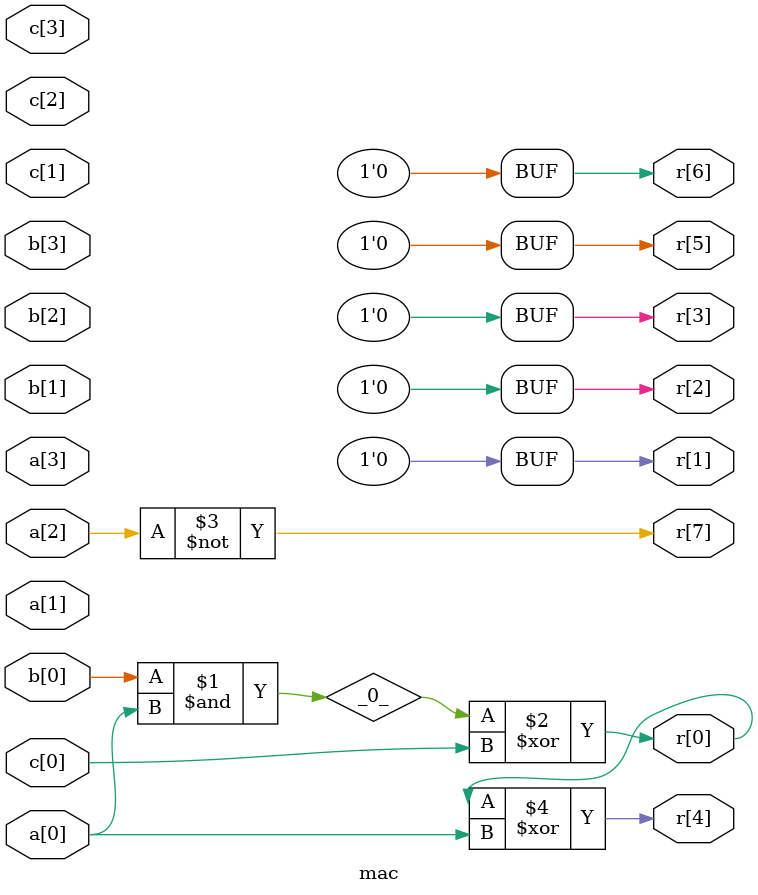
<source format=v>
/* Generated by Yosys 0.18+29 (git sha1 b2408df31, gcc 10.3.0-1ubuntu1~20.04 -fPIC -Os) */

module mac(\a[0] , \a[1] , \a[2] , \a[3] , \b[0] , \b[1] , \b[2] , \b[3] , \c[0] , \c[1] , \c[2] , \c[3] , \r[0] , \r[1] , \r[2] , \r[3] , \r[4] , \r[5] , \r[6] , \r[7] );
  wire _0_;
  input \a[0] ;
  wire \a[0] ;
  input \a[1] ;
  wire \a[1] ;
  input \a[2] ;
  wire \a[2] ;
  input \a[3] ;
  wire \a[3] ;
  input \b[0] ;
  wire \b[0] ;
  input \b[1] ;
  wire \b[1] ;
  input \b[2] ;
  wire \b[2] ;
  input \b[3] ;
  wire \b[3] ;
  input \c[0] ;
  wire \c[0] ;
  input \c[1] ;
  wire \c[1] ;
  input \c[2] ;
  wire \c[2] ;
  input \c[3] ;
  wire \c[3] ;
  output \r[0] ;
  wire \r[0] ;
  output \r[1] ;
  wire \r[1] ;
  output \r[2] ;
  wire \r[2] ;
  output \r[3] ;
  wire \r[3] ;
  output \r[4] ;
  wire \r[4] ;
  output \r[5] ;
  wire \r[5] ;
  output \r[6] ;
  wire \r[6] ;
  output \r[7] ;
  wire \r[7] ;
  assign _0_ = \b[0]  & \a[0] ;
  assign \r[0]  = _0_ ^ \c[0] ;
  assign \r[7]  = ~\a[2] ;
  assign \r[4]  = \r[0]  ^ \a[0] ;
  assign \r[1]  = 1'h0;
  assign \r[2]  = 1'h0;
  assign \r[3]  = 1'h0;
  assign \r[5]  = 1'h0;
  assign \r[6]  = 1'h0;
endmodule

</source>
